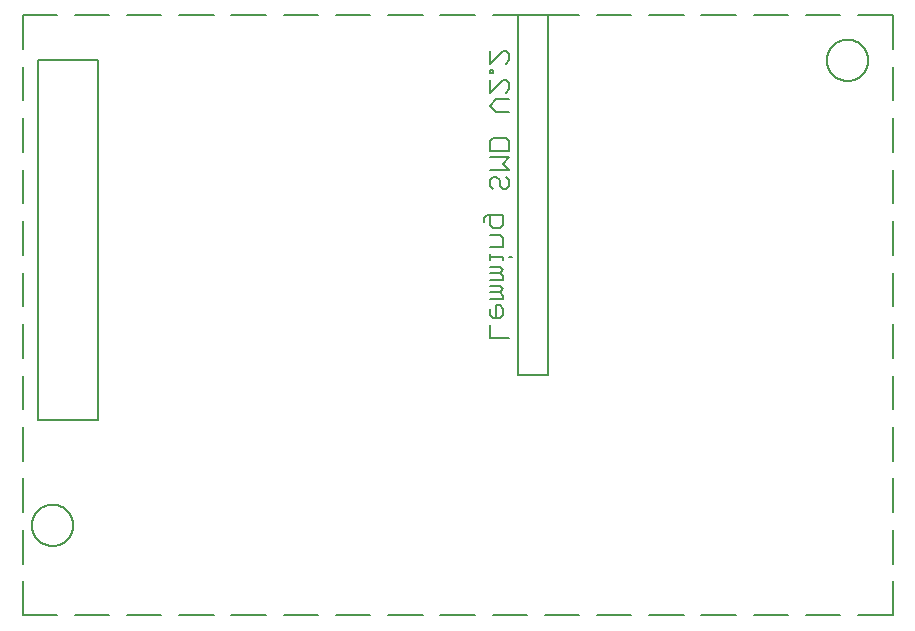
<source format=gbr>
G04 EAGLE Gerber RS-274X export*
G75*
%MOMM*%
%FSLAX34Y34*%
%LPD*%
%INSilkscreen Bottom*%
%IPPOS*%
%AMOC8*
5,1,8,0,0,1.08239X$1,22.5*%
G01*
%ADD10C,0.152400*%
%ADD11C,0.127000*%


D10*
X412002Y235060D02*
X395732Y235060D01*
X395732Y245906D01*
X395732Y254143D02*
X395732Y259566D01*
X395732Y254143D02*
X398444Y251431D01*
X403867Y251431D01*
X406579Y254143D01*
X406579Y259566D01*
X403867Y262278D01*
X401155Y262278D01*
X401155Y251431D01*
X395732Y267803D02*
X406579Y267803D01*
X406579Y270514D01*
X403867Y273226D01*
X395732Y273226D01*
X403867Y273226D02*
X406579Y275938D01*
X403867Y278649D01*
X395732Y278649D01*
X395732Y284174D02*
X406579Y284174D01*
X406579Y286886D01*
X403867Y289598D01*
X395732Y289598D01*
X403867Y289598D02*
X406579Y292309D01*
X403867Y295021D01*
X395732Y295021D01*
X406579Y300546D02*
X406579Y303257D01*
X395732Y303257D01*
X395732Y300546D02*
X395732Y305969D01*
X412002Y303257D02*
X414714Y303257D01*
X406579Y311460D02*
X395732Y311460D01*
X406579Y311460D02*
X406579Y319595D01*
X403867Y322307D01*
X395732Y322307D01*
X390309Y333255D02*
X390309Y335967D01*
X393020Y338678D01*
X406579Y338678D01*
X406579Y330543D01*
X403867Y327832D01*
X398444Y327832D01*
X395732Y330543D01*
X395732Y338678D01*
X412002Y368710D02*
X409290Y371421D01*
X412002Y368710D02*
X412002Y363286D01*
X409290Y360575D01*
X406579Y360575D01*
X403867Y363286D01*
X403867Y368710D01*
X401155Y371421D01*
X398444Y371421D01*
X395732Y368710D01*
X395732Y363286D01*
X398444Y360575D01*
X395732Y376946D02*
X412002Y376946D01*
X406579Y382370D01*
X412002Y387793D01*
X395732Y387793D01*
X395732Y393318D02*
X412002Y393318D01*
X395732Y393318D02*
X395732Y401453D01*
X398444Y404165D01*
X409290Y404165D01*
X412002Y401453D01*
X412002Y393318D01*
X412002Y426061D02*
X401155Y426061D01*
X395732Y431484D01*
X401155Y436908D01*
X412002Y436908D01*
X395732Y442433D02*
X395732Y453279D01*
X395732Y442433D02*
X406579Y453279D01*
X409290Y453279D01*
X412002Y450568D01*
X412002Y445144D01*
X409290Y442433D01*
X398444Y458804D02*
X395732Y458804D01*
X398444Y458804D02*
X398444Y461516D01*
X395732Y461516D01*
X395732Y458804D01*
X395732Y466990D02*
X395732Y477837D01*
X395732Y466990D02*
X406579Y477837D01*
X409290Y477837D01*
X412002Y475125D01*
X412002Y469702D01*
X409290Y466990D01*
D11*
X419100Y508000D02*
X444500Y508000D01*
X63500Y469900D02*
X12700Y469900D01*
X0Y28583D02*
X0Y0D01*
X0Y43583D02*
X0Y72167D01*
X0Y87167D02*
X0Y115750D01*
X0Y130750D02*
X0Y159333D01*
X0Y174333D02*
X0Y202917D01*
X0Y217917D02*
X0Y246500D01*
X0Y261500D02*
X0Y290083D01*
X0Y305083D02*
X0Y333667D01*
X0Y348667D02*
X0Y377250D01*
X0Y392250D02*
X0Y420833D01*
X0Y435833D02*
X0Y464417D01*
X0Y479417D02*
X0Y508000D01*
X29212Y508000D01*
X44212Y508000D02*
X73424Y508000D01*
X88424Y508000D02*
X117635Y508000D01*
X132635Y508000D02*
X161847Y508000D01*
X176847Y508000D02*
X206059Y508000D01*
X221059Y508000D02*
X250271Y508000D01*
X265271Y508000D02*
X294482Y508000D01*
X309482Y508000D02*
X338694Y508000D01*
X353694Y508000D02*
X382906Y508000D01*
X397906Y508000D02*
X427118Y508000D01*
X442118Y508000D02*
X471329Y508000D01*
X486329Y508000D02*
X515541Y508000D01*
X530541Y508000D02*
X559753Y508000D01*
X574753Y508000D02*
X603965Y508000D01*
X618965Y508000D02*
X648176Y508000D01*
X663176Y508000D02*
X692388Y508000D01*
X707388Y508000D02*
X736600Y508000D01*
X736600Y479417D01*
X736600Y464417D02*
X736600Y435833D01*
X736600Y420833D02*
X736600Y392250D01*
X736600Y377250D02*
X736600Y348667D01*
X736600Y333667D02*
X736600Y305083D01*
X736600Y290083D02*
X736600Y261500D01*
X736600Y246500D02*
X736600Y217917D01*
X736600Y202917D02*
X736600Y174333D01*
X736600Y159333D02*
X736600Y130750D01*
X736600Y115750D02*
X736600Y87167D01*
X736600Y72167D02*
X736600Y43583D01*
X736600Y28583D02*
X736600Y0D01*
X707388Y0D01*
X692388Y0D02*
X663176Y0D01*
X648176Y0D02*
X618965Y0D01*
X603965Y0D02*
X574753Y0D01*
X559753Y0D02*
X530541Y0D01*
X515541Y0D02*
X486329Y0D01*
X471329Y0D02*
X442118Y0D01*
X427118Y0D02*
X397906Y0D01*
X382906Y0D02*
X353694Y0D01*
X338694Y0D02*
X309482Y0D01*
X294482Y0D02*
X265271Y0D01*
X250271Y0D02*
X221059Y0D01*
X206059Y0D02*
X176847Y0D01*
X161847Y0D02*
X132635Y0D01*
X117635Y0D02*
X88424Y0D01*
X73424Y0D02*
X44212Y0D01*
X29212Y0D02*
X0Y0D01*
X7900Y76200D02*
X7905Y76629D01*
X7921Y77059D01*
X7947Y77487D01*
X7984Y77915D01*
X8032Y78342D01*
X8089Y78768D01*
X8158Y79192D01*
X8236Y79614D01*
X8325Y80034D01*
X8424Y80452D01*
X8534Y80867D01*
X8654Y81280D01*
X8783Y81689D01*
X8923Y82096D01*
X9073Y82498D01*
X9232Y82897D01*
X9401Y83292D01*
X9580Y83682D01*
X9769Y84068D01*
X9966Y84449D01*
X10173Y84826D01*
X10390Y85197D01*
X10615Y85562D01*
X10849Y85922D01*
X11092Y86277D01*
X11344Y86625D01*
X11604Y86967D01*
X11872Y87302D01*
X12149Y87631D01*
X12433Y87952D01*
X12726Y88267D01*
X13026Y88574D01*
X13333Y88874D01*
X13648Y89167D01*
X13969Y89451D01*
X14298Y89728D01*
X14633Y89996D01*
X14975Y90256D01*
X15323Y90508D01*
X15678Y90751D01*
X16038Y90985D01*
X16403Y91210D01*
X16774Y91427D01*
X17151Y91634D01*
X17532Y91831D01*
X17918Y92020D01*
X18308Y92199D01*
X18703Y92368D01*
X19102Y92527D01*
X19504Y92677D01*
X19911Y92817D01*
X20320Y92946D01*
X20733Y93066D01*
X21148Y93176D01*
X21566Y93275D01*
X21986Y93364D01*
X22408Y93442D01*
X22832Y93511D01*
X23258Y93568D01*
X23685Y93616D01*
X24113Y93653D01*
X24541Y93679D01*
X24971Y93695D01*
X25400Y93700D01*
X25829Y93695D01*
X26259Y93679D01*
X26687Y93653D01*
X27115Y93616D01*
X27542Y93568D01*
X27968Y93511D01*
X28392Y93442D01*
X28814Y93364D01*
X29234Y93275D01*
X29652Y93176D01*
X30067Y93066D01*
X30480Y92946D01*
X30889Y92817D01*
X31296Y92677D01*
X31698Y92527D01*
X32097Y92368D01*
X32492Y92199D01*
X32882Y92020D01*
X33268Y91831D01*
X33649Y91634D01*
X34026Y91427D01*
X34397Y91210D01*
X34762Y90985D01*
X35122Y90751D01*
X35477Y90508D01*
X35825Y90256D01*
X36167Y89996D01*
X36502Y89728D01*
X36831Y89451D01*
X37152Y89167D01*
X37467Y88874D01*
X37774Y88574D01*
X38074Y88267D01*
X38367Y87952D01*
X38651Y87631D01*
X38928Y87302D01*
X39196Y86967D01*
X39456Y86625D01*
X39708Y86277D01*
X39951Y85922D01*
X40185Y85562D01*
X40410Y85197D01*
X40627Y84826D01*
X40834Y84449D01*
X41031Y84068D01*
X41220Y83682D01*
X41399Y83292D01*
X41568Y82897D01*
X41727Y82498D01*
X41877Y82096D01*
X42017Y81689D01*
X42146Y81280D01*
X42266Y80867D01*
X42376Y80452D01*
X42475Y80034D01*
X42564Y79614D01*
X42642Y79192D01*
X42711Y78768D01*
X42768Y78342D01*
X42816Y77915D01*
X42853Y77487D01*
X42879Y77059D01*
X42895Y76629D01*
X42900Y76200D01*
X42895Y75771D01*
X42879Y75341D01*
X42853Y74913D01*
X42816Y74485D01*
X42768Y74058D01*
X42711Y73632D01*
X42642Y73208D01*
X42564Y72786D01*
X42475Y72366D01*
X42376Y71948D01*
X42266Y71533D01*
X42146Y71120D01*
X42017Y70711D01*
X41877Y70304D01*
X41727Y69902D01*
X41568Y69503D01*
X41399Y69108D01*
X41220Y68718D01*
X41031Y68332D01*
X40834Y67951D01*
X40627Y67574D01*
X40410Y67203D01*
X40185Y66838D01*
X39951Y66478D01*
X39708Y66123D01*
X39456Y65775D01*
X39196Y65433D01*
X38928Y65098D01*
X38651Y64769D01*
X38367Y64448D01*
X38074Y64133D01*
X37774Y63826D01*
X37467Y63526D01*
X37152Y63233D01*
X36831Y62949D01*
X36502Y62672D01*
X36167Y62404D01*
X35825Y62144D01*
X35477Y61892D01*
X35122Y61649D01*
X34762Y61415D01*
X34397Y61190D01*
X34026Y60973D01*
X33649Y60766D01*
X33268Y60569D01*
X32882Y60380D01*
X32492Y60201D01*
X32097Y60032D01*
X31698Y59873D01*
X31296Y59723D01*
X30889Y59583D01*
X30480Y59454D01*
X30067Y59334D01*
X29652Y59224D01*
X29234Y59125D01*
X28814Y59036D01*
X28392Y58958D01*
X27968Y58889D01*
X27542Y58832D01*
X27115Y58784D01*
X26687Y58747D01*
X26259Y58721D01*
X25829Y58705D01*
X25400Y58700D01*
X24971Y58705D01*
X24541Y58721D01*
X24113Y58747D01*
X23685Y58784D01*
X23258Y58832D01*
X22832Y58889D01*
X22408Y58958D01*
X21986Y59036D01*
X21566Y59125D01*
X21148Y59224D01*
X20733Y59334D01*
X20320Y59454D01*
X19911Y59583D01*
X19504Y59723D01*
X19102Y59873D01*
X18703Y60032D01*
X18308Y60201D01*
X17918Y60380D01*
X17532Y60569D01*
X17151Y60766D01*
X16774Y60973D01*
X16403Y61190D01*
X16038Y61415D01*
X15678Y61649D01*
X15323Y61892D01*
X14975Y62144D01*
X14633Y62404D01*
X14298Y62672D01*
X13969Y62949D01*
X13648Y63233D01*
X13333Y63526D01*
X13026Y63826D01*
X12726Y64133D01*
X12433Y64448D01*
X12149Y64769D01*
X11872Y65098D01*
X11604Y65433D01*
X11344Y65775D01*
X11092Y66123D01*
X10849Y66478D01*
X10615Y66838D01*
X10390Y67203D01*
X10173Y67574D01*
X9966Y67951D01*
X9769Y68332D01*
X9580Y68718D01*
X9401Y69108D01*
X9232Y69503D01*
X9073Y69902D01*
X8923Y70304D01*
X8783Y70711D01*
X8654Y71120D01*
X8534Y71533D01*
X8424Y71948D01*
X8325Y72366D01*
X8236Y72786D01*
X8158Y73208D01*
X8089Y73632D01*
X8032Y74058D01*
X7984Y74485D01*
X7947Y74913D01*
X7921Y75341D01*
X7905Y75771D01*
X7900Y76200D01*
X681000Y469900D02*
X681005Y470329D01*
X681021Y470759D01*
X681047Y471187D01*
X681084Y471615D01*
X681132Y472042D01*
X681189Y472468D01*
X681258Y472892D01*
X681336Y473314D01*
X681425Y473734D01*
X681524Y474152D01*
X681634Y474567D01*
X681754Y474980D01*
X681883Y475389D01*
X682023Y475796D01*
X682173Y476198D01*
X682332Y476597D01*
X682501Y476992D01*
X682680Y477382D01*
X682869Y477768D01*
X683066Y478149D01*
X683273Y478526D01*
X683490Y478897D01*
X683715Y479262D01*
X683949Y479622D01*
X684192Y479977D01*
X684444Y480325D01*
X684704Y480667D01*
X684972Y481002D01*
X685249Y481331D01*
X685533Y481652D01*
X685826Y481967D01*
X686126Y482274D01*
X686433Y482574D01*
X686748Y482867D01*
X687069Y483151D01*
X687398Y483428D01*
X687733Y483696D01*
X688075Y483956D01*
X688423Y484208D01*
X688778Y484451D01*
X689138Y484685D01*
X689503Y484910D01*
X689874Y485127D01*
X690251Y485334D01*
X690632Y485531D01*
X691018Y485720D01*
X691408Y485899D01*
X691803Y486068D01*
X692202Y486227D01*
X692604Y486377D01*
X693011Y486517D01*
X693420Y486646D01*
X693833Y486766D01*
X694248Y486876D01*
X694666Y486975D01*
X695086Y487064D01*
X695508Y487142D01*
X695932Y487211D01*
X696358Y487268D01*
X696785Y487316D01*
X697213Y487353D01*
X697641Y487379D01*
X698071Y487395D01*
X698500Y487400D01*
X698929Y487395D01*
X699359Y487379D01*
X699787Y487353D01*
X700215Y487316D01*
X700642Y487268D01*
X701068Y487211D01*
X701492Y487142D01*
X701914Y487064D01*
X702334Y486975D01*
X702752Y486876D01*
X703167Y486766D01*
X703580Y486646D01*
X703989Y486517D01*
X704396Y486377D01*
X704798Y486227D01*
X705197Y486068D01*
X705592Y485899D01*
X705982Y485720D01*
X706368Y485531D01*
X706749Y485334D01*
X707126Y485127D01*
X707497Y484910D01*
X707862Y484685D01*
X708222Y484451D01*
X708577Y484208D01*
X708925Y483956D01*
X709267Y483696D01*
X709602Y483428D01*
X709931Y483151D01*
X710252Y482867D01*
X710567Y482574D01*
X710874Y482274D01*
X711174Y481967D01*
X711467Y481652D01*
X711751Y481331D01*
X712028Y481002D01*
X712296Y480667D01*
X712556Y480325D01*
X712808Y479977D01*
X713051Y479622D01*
X713285Y479262D01*
X713510Y478897D01*
X713727Y478526D01*
X713934Y478149D01*
X714131Y477768D01*
X714320Y477382D01*
X714499Y476992D01*
X714668Y476597D01*
X714827Y476198D01*
X714977Y475796D01*
X715117Y475389D01*
X715246Y474980D01*
X715366Y474567D01*
X715476Y474152D01*
X715575Y473734D01*
X715664Y473314D01*
X715742Y472892D01*
X715811Y472468D01*
X715868Y472042D01*
X715916Y471615D01*
X715953Y471187D01*
X715979Y470759D01*
X715995Y470329D01*
X716000Y469900D01*
X715995Y469471D01*
X715979Y469041D01*
X715953Y468613D01*
X715916Y468185D01*
X715868Y467758D01*
X715811Y467332D01*
X715742Y466908D01*
X715664Y466486D01*
X715575Y466066D01*
X715476Y465648D01*
X715366Y465233D01*
X715246Y464820D01*
X715117Y464411D01*
X714977Y464004D01*
X714827Y463602D01*
X714668Y463203D01*
X714499Y462808D01*
X714320Y462418D01*
X714131Y462032D01*
X713934Y461651D01*
X713727Y461274D01*
X713510Y460903D01*
X713285Y460538D01*
X713051Y460178D01*
X712808Y459823D01*
X712556Y459475D01*
X712296Y459133D01*
X712028Y458798D01*
X711751Y458469D01*
X711467Y458148D01*
X711174Y457833D01*
X710874Y457526D01*
X710567Y457226D01*
X710252Y456933D01*
X709931Y456649D01*
X709602Y456372D01*
X709267Y456104D01*
X708925Y455844D01*
X708577Y455592D01*
X708222Y455349D01*
X707862Y455115D01*
X707497Y454890D01*
X707126Y454673D01*
X706749Y454466D01*
X706368Y454269D01*
X705982Y454080D01*
X705592Y453901D01*
X705197Y453732D01*
X704798Y453573D01*
X704396Y453423D01*
X703989Y453283D01*
X703580Y453154D01*
X703167Y453034D01*
X702752Y452924D01*
X702334Y452825D01*
X701914Y452736D01*
X701492Y452658D01*
X701068Y452589D01*
X700642Y452532D01*
X700215Y452484D01*
X699787Y452447D01*
X699359Y452421D01*
X698929Y452405D01*
X698500Y452400D01*
X698071Y452405D01*
X697641Y452421D01*
X697213Y452447D01*
X696785Y452484D01*
X696358Y452532D01*
X695932Y452589D01*
X695508Y452658D01*
X695086Y452736D01*
X694666Y452825D01*
X694248Y452924D01*
X693833Y453034D01*
X693420Y453154D01*
X693011Y453283D01*
X692604Y453423D01*
X692202Y453573D01*
X691803Y453732D01*
X691408Y453901D01*
X691018Y454080D01*
X690632Y454269D01*
X690251Y454466D01*
X689874Y454673D01*
X689503Y454890D01*
X689138Y455115D01*
X688778Y455349D01*
X688423Y455592D01*
X688075Y455844D01*
X687733Y456104D01*
X687398Y456372D01*
X687069Y456649D01*
X686748Y456933D01*
X686433Y457226D01*
X686126Y457526D01*
X685826Y457833D01*
X685533Y458148D01*
X685249Y458469D01*
X684972Y458798D01*
X684704Y459133D01*
X684444Y459475D01*
X684192Y459823D01*
X683949Y460178D01*
X683715Y460538D01*
X683490Y460903D01*
X683273Y461274D01*
X683066Y461651D01*
X682869Y462032D01*
X682680Y462418D01*
X682501Y462808D01*
X682332Y463203D01*
X682173Y463602D01*
X682023Y464004D01*
X681883Y464411D01*
X681754Y464820D01*
X681634Y465233D01*
X681524Y465648D01*
X681425Y466066D01*
X681336Y466486D01*
X681258Y466908D01*
X681189Y467332D01*
X681132Y467758D01*
X681084Y468185D01*
X681047Y468613D01*
X681021Y469041D01*
X681005Y469471D01*
X681000Y469900D01*
X63500Y469900D02*
X63500Y165100D01*
X12700Y165100D01*
X12700Y469900D01*
X444500Y508000D02*
X444500Y203200D01*
X419100Y203200D02*
X419100Y508000D01*
X419100Y203200D02*
X444500Y203200D01*
M02*

</source>
